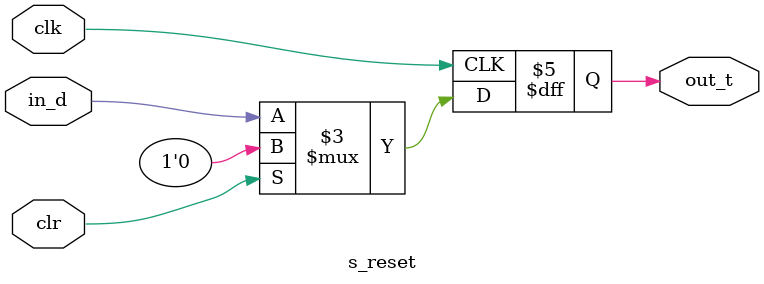
<source format=v>
module s_reset(clk,clr,in_d,out_t);
	input clk;
	input clr;
	input in_d;
	output reg out_t;
	
	always @(posedge clk)
		if(clr)
			out_t <= 0;
		else
			out_t <= in_d;
			
endmodule 
</source>
